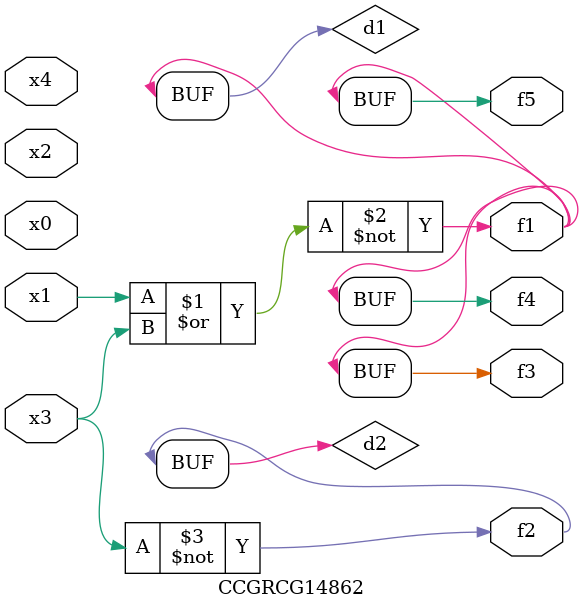
<source format=v>
module CCGRCG14862(
	input x0, x1, x2, x3, x4,
	output f1, f2, f3, f4, f5
);

	wire d1, d2;

	nor (d1, x1, x3);
	not (d2, x3);
	assign f1 = d1;
	assign f2 = d2;
	assign f3 = d1;
	assign f4 = d1;
	assign f5 = d1;
endmodule

</source>
